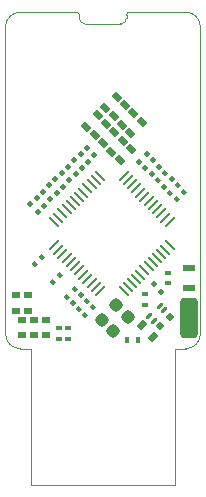
<source format=gbr>
G04 #@! TF.GenerationSoftware,KiCad,Pcbnew,(5.99.0-6415-g7c9acc605d)*
G04 #@! TF.CreationDate,2020-10-20T19:02:53+03:00*
G04 #@! TF.ProjectId,StickHub,53746963-6b48-4756-922e-6b696361645f,rev?*
G04 #@! TF.SameCoordinates,Original*
G04 #@! TF.FileFunction,Paste,Bot*
G04 #@! TF.FilePolarity,Positive*
%FSLAX46Y46*%
G04 Gerber Fmt 4.6, Leading zero omitted, Abs format (unit mm)*
G04 Created by KiCad (PCBNEW (5.99.0-6415-g7c9acc605d)) date 2020-10-20 19:02:53*
%MOMM*%
%LPD*%
G01*
G04 APERTURE LIST*
G04 Aperture macros list*
%AMRoundRect*
0 Rectangle with rounded corners*
0 $1 Rounding radius*
0 $2 $3 $4 $5 $6 $7 $8 $9 X,Y pos of 4 corners*
0 Add a 4 corners polygon primitive as box body*
4,1,4,$2,$3,$4,$5,$6,$7,$8,$9,$2,$3,0*
0 Add four circle primitives for the rounded corners*
1,1,$1+$1,$2,$3,0*
1,1,$1+$1,$4,$5,0*
1,1,$1+$1,$6,$7,0*
1,1,$1+$1,$8,$9,0*
0 Add four rect primitives between the rounded corners*
20,1,$1+$1,$2,$3,$4,$5,0*
20,1,$1+$1,$4,$5,$6,$7,0*
20,1,$1+$1,$6,$7,$8,$9,0*
20,1,$1+$1,$8,$9,$2,$3,0*%
G04 Aperture macros list end*
G04 #@! TA.AperFunction,Profile*
%ADD10C,0.100000*%
G04 #@! TD*
%ADD11RoundRect,0.049000X0.088388X-0.365574X0.365574X-0.088388X-0.088388X0.365574X-0.365574X0.088388X0*%
%ADD12RoundRect,0.036000X-0.035355X0.239002X-0.239002X0.035355X0.035355X-0.239002X0.239002X-0.035355X0*%
%ADD13RoundRect,0.049000X0.321000X-0.196000X0.321000X0.196000X-0.321000X0.196000X-0.321000X-0.196000X0*%
%ADD14RoundRect,0.045000X-0.235000X0.135000X-0.235000X-0.135000X0.235000X-0.135000X0.235000X0.135000X0*%
%ADD15RoundRect,0.045000X0.035355X-0.226274X0.226274X-0.035355X-0.035355X0.226274X-0.226274X0.035355X0*%
%ADD16RoundRect,0.036000X-0.239002X-0.035355X-0.035355X-0.239002X0.239002X0.035355X0.035355X0.239002X0*%
%ADD17RoundRect,0.062500X0.141421X0.229810X-0.229810X-0.141421X-0.141421X-0.229810X0.229810X0.141421X0*%
%ADD18RoundRect,0.034720X0.003712X0.350591X-0.350591X-0.003712X-0.003712X-0.350591X0.350591X0.003712X0*%
%ADD19RoundRect,0.045000X-0.185000X0.135000X-0.185000X-0.135000X0.185000X-0.135000X0.185000X0.135000X0*%
%ADD20RoundRect,0.045000X-0.035355X0.226274X-0.226274X0.035355X0.035355X-0.226274X0.226274X-0.035355X0*%
%ADD21RoundRect,0.045000X0.226274X0.035355X0.035355X0.226274X-0.226274X-0.035355X-0.035355X-0.226274X0*%
%ADD22RoundRect,0.036000X0.239002X0.035355X0.035355X0.239002X-0.239002X-0.035355X-0.035355X-0.239002X0*%
%ADD23RoundRect,0.045000X0.135000X0.185000X-0.135000X0.185000X-0.135000X-0.185000X0.135000X-0.185000X0*%
%ADD24RoundRect,0.049000X0.365574X0.088388X0.088388X0.365574X-0.365574X-0.088388X-0.088388X-0.365574X0*%
%ADD25RoundRect,0.049000X-0.088388X0.365574X-0.365574X0.088388X0.088388X-0.365574X0.365574X-0.088388X0*%
%ADD26RoundRect,0.330000X0.000000X0.240416X-0.240416X0.000000X0.000000X-0.240416X0.240416X0.000000X0*%
%ADD27RoundRect,0.049000X-0.321000X0.196000X-0.321000X-0.196000X0.321000X-0.196000X0.321000X0.196000X0*%
%ADD28RoundRect,0.056250X0.311569X0.391118X-0.391118X-0.311569X-0.311569X-0.391118X0.391118X0.311569X0*%
%ADD29RoundRect,0.056250X-0.311569X0.391118X-0.391118X0.311569X0.311569X-0.391118X0.391118X-0.311569X0*%
%ADD30RoundRect,0.300000X-0.450000X-1.400000X0.450000X-1.400000X0.450000X1.400000X-0.450000X1.400000X0*%
%ADD31RoundRect,0.045000X-0.226274X-0.035355X-0.035355X-0.226274X0.226274X0.035355X0.035355X0.226274X0*%
%ADD32RoundRect,0.055000X0.495000X-0.220000X0.495000X0.220000X-0.495000X0.220000X-0.495000X-0.220000X0*%
G04 APERTURE END LIST*
D10*
X152250000Y-80000000D02*
X157000000Y-80000000D01*
X148500000Y-81000000D02*
X151500000Y-81000000D01*
X157000000Y-108500000D02*
X156100000Y-108500000D01*
X141750000Y-107250000D02*
X141750000Y-81250000D01*
X156100000Y-120000000D02*
X156100000Y-108500000D01*
X148000000Y-80250000D02*
X148000000Y-80500000D01*
X152000000Y-80250000D02*
G75*
G02*
X152250000Y-80000000I250000J0D01*
G01*
X143900000Y-120000000D02*
X143900000Y-108500000D01*
X141750000Y-81250000D02*
G75*
G02*
X143000000Y-80000000I1250000J0D01*
G01*
X147750000Y-80000000D02*
G75*
G02*
X148000000Y-80250000I0J-250000D01*
G01*
X143000000Y-108500000D02*
G75*
G02*
X141750000Y-107250000I0J1250000D01*
G01*
X143900000Y-120000000D02*
X156100000Y-120000000D01*
X158250000Y-81250000D02*
X158250000Y-107250000D01*
X143000000Y-80000000D02*
X147750000Y-80000000D01*
X158250000Y-107250000D02*
G75*
G02*
X157000000Y-108500000I-1250000J0D01*
G01*
X157000000Y-80000000D02*
G75*
G02*
X158250000Y-81250000I0J-1250000D01*
G01*
X148500000Y-81000000D02*
G75*
G02*
X148000000Y-80500000I0J500000D01*
G01*
X143900000Y-108500000D02*
X143000000Y-108500000D01*
X152000000Y-80500000D02*
G75*
G02*
X151500000Y-81000000I-500000J0D01*
G01*
X152000000Y-80500000D02*
X152000000Y-80250000D01*
D11*
G04 #@! TO.C,C36*
X150915596Y-88820190D03*
X151870190Y-87865596D03*
G04 #@! TD*
D12*
G04 #@! TO.C,R7*
X153689518Y-92024948D03*
X153053122Y-92661344D03*
G04 #@! TD*
D13*
G04 #@! TO.C,C32*
X142650000Y-105275000D03*
X142650000Y-103925000D03*
G04 #@! TD*
D14*
G04 #@! TO.C,D23*
X146250000Y-106750000D03*
X146250000Y-107650000D03*
G04 #@! TD*
D11*
G04 #@! TO.C,C37*
X150208489Y-88113083D03*
X151163083Y-87158489D03*
G04 #@! TD*
D15*
G04 #@! TO.C,C11*
X154644112Y-94252334D03*
X155280508Y-93615938D03*
G04 #@! TD*
D16*
G04 #@! TO.C,R13*
X147573044Y-92555278D03*
X148209440Y-93191674D03*
G04 #@! TD*
D17*
G04 #@! TO.C,U2*
X154811612Y-104877728D03*
X155165165Y-105231282D03*
D18*
X155637159Y-105819948D03*
X154869948Y-106587159D03*
D17*
X154281282Y-106115165D03*
X153927728Y-105761612D03*
G04 #@! TD*
D16*
G04 #@! TO.C,R4*
X147042714Y-93085608D03*
X147679110Y-93722004D03*
G04 #@! TD*
D19*
G04 #@! TO.C,C8*
X155500000Y-102050000D03*
X155500000Y-102950000D03*
G04 #@! TD*
D16*
G04 #@! TO.C,R11*
X148633704Y-91494618D03*
X149270100Y-92131014D03*
G04 #@! TD*
D20*
G04 #@! TO.C,C6*
X146368198Y-102231802D03*
X145731802Y-102868198D03*
G04 #@! TD*
D21*
G04 #@! TO.C,C2*
X144497130Y-96903985D03*
X143860734Y-96267589D03*
G04 #@! TD*
D12*
G04 #@! TO.C,R6*
X148118198Y-103981802D03*
X147481802Y-104618198D03*
G04 #@! TD*
D20*
G04 #@! TO.C,C4*
X149118198Y-104981802D03*
X148481802Y-105618198D03*
G04 #@! TD*
D12*
G04 #@! TO.C,R10*
X155810838Y-94146268D03*
X155174442Y-94782664D03*
G04 #@! TD*
D22*
G04 #@! TO.C,R2*
X145027460Y-96373654D03*
X144391064Y-95737258D03*
G04 #@! TD*
D12*
G04 #@! TO.C,R8*
X154219848Y-92555278D03*
X153583452Y-93191674D03*
G04 #@! TD*
D23*
G04 #@! TO.C,C28*
X152950000Y-107750000D03*
X152050000Y-107750000D03*
G04 #@! TD*
D15*
G04 #@! TO.C,C3*
X156235102Y-95843324D03*
X156871498Y-95206928D03*
G04 #@! TD*
D20*
G04 #@! TO.C,C5*
X148618198Y-104481802D03*
X147981802Y-105118198D03*
G04 #@! TD*
D24*
G04 #@! TO.C,C22*
X154227297Y-107477297D03*
X153272703Y-106522703D03*
G04 #@! TD*
D25*
G04 #@! TO.C,C26*
X151677297Y-90872703D03*
X150722703Y-91827297D03*
G04 #@! TD*
G04 #@! TO.C,C25*
X150970190Y-90165596D03*
X150015596Y-91120190D03*
G04 #@! TD*
D26*
G04 #@! TO.C,Y1*
X151103553Y-104831119D03*
X149901471Y-106033201D03*
X150891421Y-107023151D03*
X152093503Y-105821069D03*
G04 #@! TD*
D11*
G04 #@! TO.C,C34*
X152329810Y-90234404D03*
X153284404Y-89279810D03*
G04 #@! TD*
D27*
G04 #@! TO.C,C29*
X144150000Y-106025000D03*
X144150000Y-107375000D03*
G04 #@! TD*
D16*
G04 #@! TO.C,R12*
X148103374Y-92024948D03*
X148739770Y-92661344D03*
G04 #@! TD*
D14*
G04 #@! TO.C,D22*
X147000000Y-106750000D03*
X147000000Y-107650000D03*
G04 #@! TD*
D28*
G04 #@! TO.C,U1*
X151748788Y-93862124D03*
X152102342Y-94215678D03*
X152455895Y-94569231D03*
X152809449Y-94922785D03*
X153163002Y-95276338D03*
X153516555Y-95629891D03*
X153870109Y-95983445D03*
X154223662Y-96336998D03*
X154577215Y-96690551D03*
X154930769Y-97044105D03*
X155284322Y-97397658D03*
X155637876Y-97751212D03*
D29*
X155637876Y-99748788D03*
X155284322Y-100102342D03*
X154930769Y-100455895D03*
X154577215Y-100809449D03*
X154223662Y-101163002D03*
X153870109Y-101516555D03*
X153516555Y-101870109D03*
X153163002Y-102223662D03*
X152809449Y-102577215D03*
X152455895Y-102930769D03*
X152102342Y-103284322D03*
X151748788Y-103637876D03*
D28*
X149751212Y-103637876D03*
X149397658Y-103284322D03*
X149044105Y-102930769D03*
X148690551Y-102577215D03*
X148336998Y-102223662D03*
X147983445Y-101870109D03*
X147629891Y-101516555D03*
X147276338Y-101163002D03*
X146922785Y-100809449D03*
X146569231Y-100455895D03*
X146215678Y-100102342D03*
X145862124Y-99748788D03*
D29*
X145862124Y-97751212D03*
X146215678Y-97397658D03*
X146569231Y-97044105D03*
X146922785Y-96690551D03*
X147276338Y-96336998D03*
X147629891Y-95983445D03*
X147983445Y-95629891D03*
X148336998Y-95276338D03*
X148690551Y-94922785D03*
X149044105Y-94569231D03*
X149397658Y-94215678D03*
X149751212Y-93862124D03*
G04 #@! TD*
D30*
G04 #@! TO.C,JP1*
X157300000Y-105900000D03*
G04 #@! TD*
D16*
G04 #@! TO.C,R1*
X145451724Y-94676598D03*
X146088120Y-95312994D03*
G04 #@! TD*
D12*
G04 #@! TO.C,R9*
X154750178Y-93085608D03*
X154113782Y-93722004D03*
G04 #@! TD*
D25*
G04 #@! TO.C,C24*
X150263082Y-89458489D03*
X149308488Y-90413083D03*
G04 #@! TD*
D11*
G04 #@! TO.C,C35*
X151622703Y-89527297D03*
X152577297Y-88572703D03*
G04 #@! TD*
D20*
G04 #@! TO.C,C7*
X144881014Y-100729899D03*
X144244618Y-101366295D03*
G04 #@! TD*
D15*
G04 #@! TO.C,C1*
X155704772Y-95312994D03*
X156341168Y-94676598D03*
G04 #@! TD*
D21*
G04 #@! TO.C,C9*
X146618450Y-94782664D03*
X145982054Y-94146268D03*
G04 #@! TD*
D20*
G04 #@! TO.C,C13*
X147618198Y-103481802D03*
X146981802Y-104118198D03*
G04 #@! TD*
D31*
G04 #@! TO.C,C10*
X154320888Y-103027996D03*
X154957284Y-103664392D03*
G04 #@! TD*
D27*
G04 #@! TO.C,C31*
X143150000Y-106025000D03*
X143150000Y-107375000D03*
G04 #@! TD*
D19*
G04 #@! TO.C,C12*
X153550000Y-103900000D03*
X153550000Y-104800000D03*
G04 #@! TD*
D16*
G04 #@! TO.C,R5*
X146512384Y-93615938D03*
X147148780Y-94252334D03*
G04 #@! TD*
D13*
G04 #@! TO.C,C33*
X143650000Y-105275000D03*
X143650000Y-103925000D03*
G04 #@! TD*
D27*
G04 #@! TO.C,C30*
X145150000Y-106025000D03*
X145150000Y-107375000D03*
G04 #@! TD*
D16*
G04 #@! TO.C,R3*
X144921394Y-95206928D03*
X145557790Y-95843324D03*
G04 #@! TD*
D25*
G04 #@! TO.C,C27*
X152384403Y-91579810D03*
X151429809Y-92534404D03*
G04 #@! TD*
G04 #@! TO.C,C23*
X149555976Y-88751383D03*
X148601382Y-89705977D03*
G04 #@! TD*
D32*
G04 #@! TO.C,C21*
X157250000Y-103325000D03*
X157250000Y-101675000D03*
G04 #@! TD*
M02*

</source>
